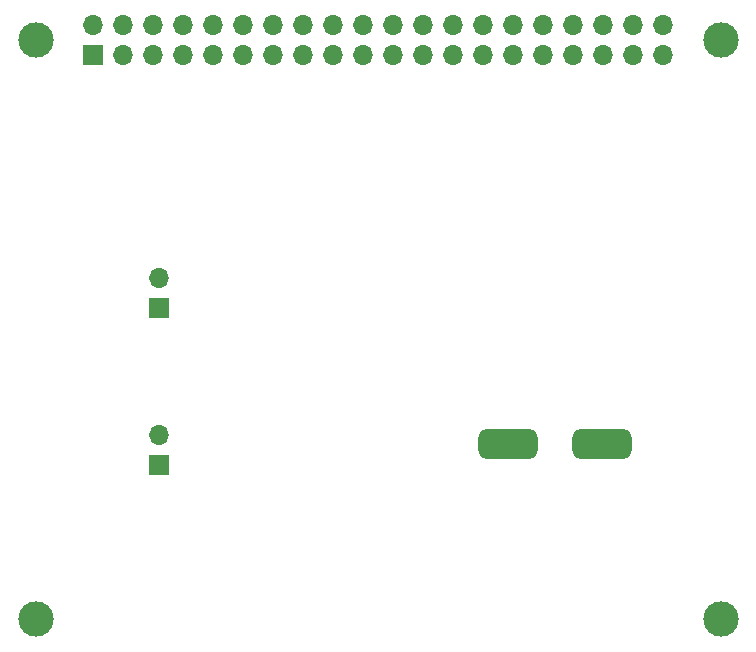
<source format=gbr>
%TF.GenerationSoftware,KiCad,Pcbnew,6.0.0*%
%TF.CreationDate,2022-01-12T19:36:27-05:00*%
%TF.ProjectId,raspi-hat,72617370-692d-4686-9174-2e6b69636164,rev?*%
%TF.SameCoordinates,Original*%
%TF.FileFunction,Soldermask,Bot*%
%TF.FilePolarity,Negative*%
%FSLAX46Y46*%
G04 Gerber Fmt 4.6, Leading zero omitted, Abs format (unit mm)*
G04 Created by KiCad (PCBNEW 6.0.0) date 2022-01-12 19:36:27*
%MOMM*%
%LPD*%
G01*
G04 APERTURE LIST*
G04 Aperture macros list*
%AMRoundRect*
0 Rectangle with rounded corners*
0 $1 Rounding radius*
0 $2 $3 $4 $5 $6 $7 $8 $9 X,Y pos of 4 corners*
0 Add a 4 corners polygon primitive as box body*
4,1,4,$2,$3,$4,$5,$6,$7,$8,$9,$2,$3,0*
0 Add four circle primitives for the rounded corners*
1,1,$1+$1,$2,$3*
1,1,$1+$1,$4,$5*
1,1,$1+$1,$6,$7*
1,1,$1+$1,$8,$9*
0 Add four rect primitives between the rounded corners*
20,1,$1+$1,$2,$3,$4,$5,0*
20,1,$1+$1,$4,$5,$6,$7,0*
20,1,$1+$1,$6,$7,$8,$9,0*
20,1,$1+$1,$8,$9,$2,$3,0*%
G04 Aperture macros list end*
%ADD10C,3.000000*%
%ADD11R,1.700000X1.700000*%
%ADD12O,1.700000X1.700000*%
%ADD13RoundRect,0.625000X1.875000X0.625000X-1.875000X0.625000X-1.875000X-0.625000X1.875000X-0.625000X0*%
G04 APERTURE END LIST*
D10*
X82040000Y-64310000D03*
X140040000Y-64330000D03*
X82040000Y-113320000D03*
X140030000Y-113310000D03*
D11*
X92500000Y-100275000D03*
D12*
X92500000Y-97735000D03*
D11*
X92500000Y-87000000D03*
D12*
X92500000Y-84460000D03*
D13*
X122050000Y-98545000D03*
X129950000Y-98545000D03*
D11*
X86920000Y-65590000D03*
D12*
X86920000Y-63050000D03*
X89460000Y-65590000D03*
X89460000Y-63050000D03*
X92000000Y-65590000D03*
X92000000Y-63050000D03*
X94540000Y-65590000D03*
X94540000Y-63050000D03*
X97080000Y-65590000D03*
X97080000Y-63050000D03*
X99620000Y-65590000D03*
X99620000Y-63050000D03*
X102160000Y-65590000D03*
X102160000Y-63050000D03*
X104700000Y-65590000D03*
X104700000Y-63050000D03*
X107240000Y-65590000D03*
X107240000Y-63050000D03*
X109780000Y-65590000D03*
X109780000Y-63050000D03*
X112320000Y-65590000D03*
X112320000Y-63050000D03*
X114860000Y-65590000D03*
X114860000Y-63050000D03*
X117400000Y-65590000D03*
X117400000Y-63050000D03*
X119940000Y-65590000D03*
X119940000Y-63050000D03*
X122480000Y-65590000D03*
X122480000Y-63050000D03*
X125020000Y-65590000D03*
X125020000Y-63050000D03*
X127560000Y-65590000D03*
X127560000Y-63050000D03*
X130100000Y-65590000D03*
X130100000Y-63050000D03*
X132640000Y-65590000D03*
X132640000Y-63050000D03*
X135180000Y-65590000D03*
X135180000Y-63050000D03*
M02*

</source>
